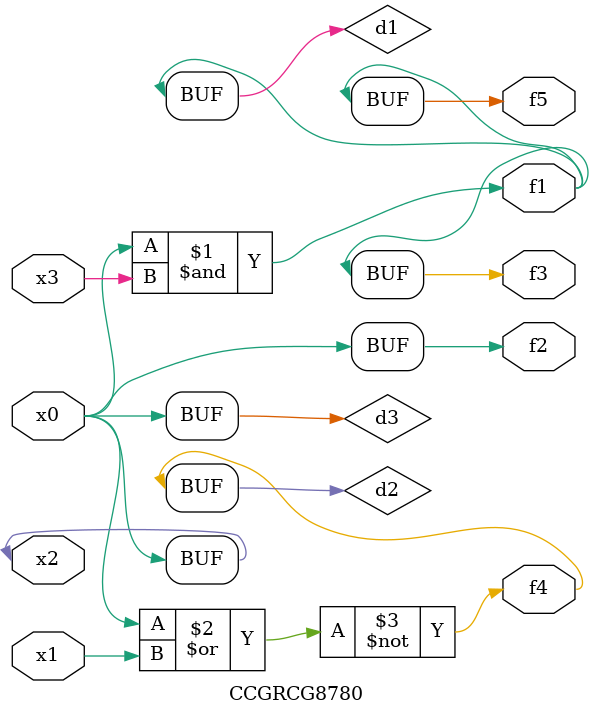
<source format=v>
module CCGRCG8780(
	input x0, x1, x2, x3,
	output f1, f2, f3, f4, f5
);

	wire d1, d2, d3;

	and (d1, x2, x3);
	nor (d2, x0, x1);
	buf (d3, x0, x2);
	assign f1 = d1;
	assign f2 = d3;
	assign f3 = d1;
	assign f4 = d2;
	assign f5 = d1;
endmodule

</source>
